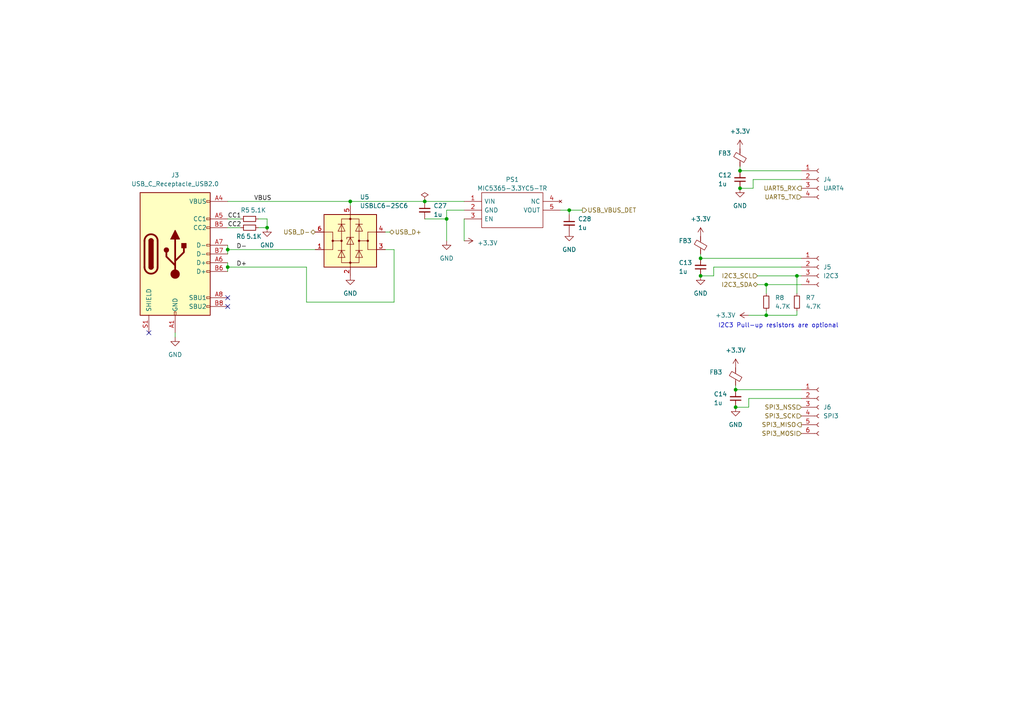
<source format=kicad_sch>
(kicad_sch (version 20230121) (generator eeschema)
  (paper "A4")
  (title_block (title "Telemetry RF module with CAN, GPS and IMU") (rev "1.0") (company "PUT Solar Dynamics") (comment 1 "Mateusz Czarnecki") (comment 2 "Connectors: USB C and external I2C, UART and SPI"))
  (lib_symbols
    (symbol "Symbols_RF_module:C_Small" (pin_numbers hide) (pin_names (offset 0.254) hide)
      (property "Reference" "C" (at 0.254 1.778 0))
      (property "Value" "C_Small" (at 0.254 -2.032 0))
      (symbol "C_Small_0_1"
        (polyline (pts (xy -1.524 -0.508) (xy 1.524 -0.508)) (stroke (width 0.3302)))
        (polyline (pts (xy -1.524 0.508) (xy 1.524 0.508)) (stroke (width 0.3048)))
      )
      (symbol "C_Small_1_1"
        (pin passive line (at 0 2.54 270) (length 2.032) (name "~") (number "1"))
        (pin passive line (at 0 -2.54 90) (length 2.032) (name "~") (number "2"))
      )
    )
    (symbol "Symbols_RF_module:Conn_01x04_Female" (pin_names (offset 1.016) hide)
      (property "Reference" "J" (at 0 5.08 0))
      (property "Value" "Conn_01x04_Female" (at 0 -7.62 0))
      (symbol "Conn_01x04_Female_1_1"
        (arc (start 0 -4.572) (mid -0.5058 -5.08) (end 0 -5.588) (stroke (width 0.1524)))
        (arc (start 0 -2.032) (mid -0.5058 -2.54) (end 0 -3.048) (stroke (width 0.1524)))
        (polyline (pts (xy -1.27 -5.08) (xy -0.508 -5.08)) (stroke (width 0.1524)))
        (polyline (pts (xy -1.27 -2.54) (xy -0.508 -2.54)) (stroke (width 0.1524)))
        (polyline (pts (xy -1.27 0) (xy -0.508 0)) (stroke (width 0.1524)))
        (polyline (pts (xy -1.27 2.54) (xy -0.508 2.54)) (stroke (width 0.1524)))
        (arc (start 0 0.508) (mid -0.5058 0) (end 0 -0.508) (stroke (width 0.1524)))
        (arc (start 0 3.048) (mid -0.5058 2.54) (end 0 2.032) (stroke (width 0.1524)))
        (pin passive line (at -5.08 2.54 0) (length 3.81) (name "Pin_1") (number "1"))
        (pin passive line (at -5.08 0 0) (length 3.81) (name "Pin_2") (number "2"))
        (pin passive line (at -5.08 -2.54 0) (length 3.81) (name "Pin_3") (number "3"))
        (pin passive line (at -5.08 -5.08 0) (length 3.81) (name "Pin_4") (number "4"))
      )
    )
    (symbol "Symbols_RF_module:Conn_01x06_Female" (pin_names (offset 1.016) hide)
      (property "Reference" "J" (at 0 7.62 0))
      (property "Value" "Conn_01x06_Female" (at 0 -10.16 0))
      (symbol "Conn_01x06_Female_1_1"
        (arc (start 0 -7.112) (mid -0.5058 -7.62) (end 0 -8.128) (stroke (width 0.1524)))
        (arc (start 0 -4.572) (mid -0.5058 -5.08) (end 0 -5.588) (stroke (width 0.1524)))
        (arc (start 0 -2.032) (mid -0.5058 -2.54) (end 0 -3.048) (stroke (width 0.1524)))
        (polyline (pts (xy -1.27 -7.62) (xy -0.508 -7.62)) (stroke (width 0.1524)))
        (polyline (pts (xy -1.27 -5.08) (xy -0.508 -5.08)) (stroke (width 0.1524)))
        (polyline (pts (xy -1.27 -2.54) (xy -0.508 -2.54)) (stroke (width 0.1524)))
        (polyline (pts (xy -1.27 0) (xy -0.508 0)) (stroke (width 0.1524)))
        (polyline (pts (xy -1.27 2.54) (xy -0.508 2.54)) (stroke (width 0.1524)))
        (polyline (pts (xy -1.27 5.08) (xy -0.508 5.08)) (stroke (width 0.1524)))
        (arc (start 0 0.508) (mid -0.5058 0) (end 0 -0.508) (stroke (width 0.1524)))
        (arc (start 0 3.048) (mid -0.5058 2.54) (end 0 2.032) (stroke (width 0.1524)))
        (arc (start 0 5.588) (mid -0.5058 5.08) (end 0 4.572) (stroke (width 0.1524)))
        (pin passive line (at -5.08 5.08 0) (length 3.81) (name "Pin_1") (number "1"))
        (pin passive line (at -5.08 2.54 0) (length 3.81) (name "Pin_2") (number "2"))
        (pin passive line (at -5.08 0 0) (length 3.81) (name "Pin_3") (number "3"))
        (pin passive line (at -5.08 -2.54 0) (length 3.81) (name "Pin_4") (number "4"))
        (pin passive line (at -5.08 -5.08 0) (length 3.81) (name "Pin_5") (number "5"))
        (pin passive line (at -5.08 -7.62 0) (length 3.81) (name "Pin_6") (number "6"))
      )
    )
    (symbol "Symbols_RF_module:FerriteBead_Small" (pin_numbers hide) (pin_names (offset 0))
      (property "Reference" "FB" (at 1.905 1.27 0))
      (property "Value" "FerriteBead_Small" (at 1.905 -1.27 0))
      (symbol "FerriteBead_Small_0_1"
        (polyline (pts (xy 0 -1.27) (xy 0 -0.7874)))
        (polyline (pts (xy 0 0.889) (xy 0 1.2954)))
        (polyline (pts (xy -1.8288 0.2794) (xy -1.1176 1.4986) (xy 1.8288 -0.2032) (xy 1.1176 -1.4224) (xy -1.8288 0.2794)))
      )
      (symbol "FerriteBead_Small_1_1"
        (pin passive line (at 0 2.54 270) (length 1.27) (name "~") (number "1"))
        (pin passive line (at 0 -2.54 90) (length 1.27) (name "~") (number "2"))
      )
    )
    (symbol "Symbols_RF_module:MIC5365-3.3YC5-TR" (pin_names (offset 0.762))
      (property "Reference" "PS" (at 24.13 7.62 0))
      (property "Value" "MIC5365-3.3YC5-TR" (at 24.13 5.08 0))
      (symbol "MIC5365-3.3YC5-TR_0_0"
        (pin power_in line (at 0 0 0) (length 5.08) (name "VIN") (number "1"))
        (pin power_in line (at 0 -2.54 0) (length 5.08) (name "GND") (number "2"))
        (pin input line (at 0 -5.08 0) (length 5.08) (name "EN") (number "3"))
        (pin no_connect line (at 27.94 0 180) (length 5.08) (name "NC") (number "4"))
        (pin output line (at 27.94 -2.54 180) (length 5.08) (name "VOUT") (number "5"))
      )
      (symbol "MIC5365-3.3YC5-TR_0_1"
        (polyline (pts (xy 5.08 2.54) (xy 22.86 2.54) (xy 22.86 -7.62) (xy 5.08 -7.62) (xy 5.08 2.54)) (stroke (width 0.1524)))
      )
    )
    (symbol "Symbols_RF_module:R_Small" (pin_numbers hide) (pin_names (offset 0.254) hide)
      (property "Reference" "R" (at 0.762 0.508 0))
      (property "Value" "R_Small" (at 0.762 -1.016 0))
      (symbol "R_Small_0_1"
        (rectangle (start -0.762 1.778) (end 0.762 -1.778) (stroke (width 0.2032)))
      )
      (symbol "R_Small_1_1"
        (pin passive line (at 0 2.54 270) (length 0.762) (name "~") (number "1"))
        (pin passive line (at 0 -2.54 90) (length 0.762) (name "~") (number "2"))
      )
    )
    (symbol "Symbols_RF_module:USBLC6-2SC6" (pin_names hide)
      (property "Reference" "U" (at 2.54 8.89 0))
      (property "Value" "USBLC6-2SC6" (at 2.54 -8.89 0))
      (symbol "USBLC6-2SC6_0_1"
        (rectangle (start -7.62 -7.62) (end 7.62 7.62) (stroke (width 0.254)) (fill (type background)))
        (circle (center -5.08 0) (radius 0.254) (fill (type outline)))
        (circle (center -2.54 0) (radius 0.254) (fill (type outline)))
        (rectangle (start -2.54 6.35) (end 2.54 -6.35))
        (circle (center 0 -6.35) (radius 0.254) (fill (type outline)))
        (polyline (pts (xy -5.08 -2.54) (xy -7.62 -2.54)))
        (polyline (pts (xy -5.08 0) (xy -5.08 -2.54)))
        (polyline (pts (xy -5.08 2.54) (xy -7.62 2.54)))
        (polyline (pts (xy -1.524 -2.794) (xy -3.556 -2.794)))
        (polyline (pts (xy -1.524 4.826) (xy -3.556 4.826)))
        (polyline (pts (xy 0 -7.62) (xy 0 -6.35)))
        (polyline (pts (xy 0 -6.35) (xy 0 1.27)))
        (polyline (pts (xy 0 1.27) (xy 0 6.35)))
        (polyline (pts (xy 0 6.35) (xy 0 7.62)))
        (polyline (pts (xy 1.524 -2.794) (xy 3.556 -2.794)))
        (polyline (pts (xy 1.524 4.826) (xy 3.556 4.826)))
        (polyline (pts (xy 5.08 -2.54) (xy 7.62 -2.54)))
        (polyline (pts (xy 5.08 0) (xy 5.08 -2.54)))
        (polyline (pts (xy 5.08 2.54) (xy 7.62 2.54)))
        (polyline (pts (xy -2.54 0) (xy -5.08 0) (xy -5.08 2.54)))
        (polyline (pts (xy 2.54 0) (xy 5.08 0) (xy 5.08 2.54)))
        (polyline (pts (xy -3.556 -4.826) (xy -1.524 -4.826) (xy -2.54 -2.794) (xy -3.556 -4.826)))
        (polyline (pts (xy -3.556 2.794) (xy -1.524 2.794) (xy -2.54 4.826) (xy -3.556 2.794)))
        (polyline (pts (xy -1.016 -1.016) (xy 1.016 -1.016) (xy 0 1.016) (xy -1.016 -1.016)))
        (polyline (pts (xy 1.016 1.016) (xy 0.762 1.016) (xy -1.016 1.016) (xy -1.016 0.508)))
        (polyline (pts (xy 3.556 -4.826) (xy 1.524 -4.826) (xy 2.54 -2.794) (xy 3.556 -4.826)))
        (polyline (pts (xy 3.556 2.794) (xy 1.524 2.794) (xy 2.54 4.826) (xy 3.556 2.794)))
        (circle (center 0 6.35) (radius 0.254) (fill (type outline)))
        (circle (center 2.54 0) (radius 0.254) (fill (type outline)))
        (circle (center 5.08 0) (radius 0.254) (fill (type outline)))
      )
      (symbol "USBLC6-2SC6_1_1"
        (pin passive line (at -10.16 -2.54 0) (length 2.54) (name "I/O1") (number "1"))
        (pin passive line (at 0 -10.16 90) (length 2.54) (name "GND") (number "2"))
        (pin passive line (at 10.16 -2.54 180) (length 2.54) (name "I/O2") (number "3"))
        (pin passive line (at 10.16 2.54 180) (length 2.54) (name "I/O2") (number "4"))
        (pin passive line (at 0 10.16 270) (length 2.54) (name "VBUS") (number "5"))
        (pin passive line (at -10.16 2.54 0) (length 2.54) (name "I/O1") (number "6"))
      )
    )
    (symbol "Symbols_RF_module:USB_C_Receptacle_USB2.0" (pin_names (offset 1.016))
      (property "Reference" "J" (at -10.16 19.05 0))
      (property "Value" "USB_C_Receptacle_USB2.0" (at 19.05 19.05 0))
      (symbol "USB_C_Receptacle_USB2.0_0_0"
        (rectangle (start -0.254 -17.78) (end 0.254 -16.764))
        (rectangle (start 10.16 -14.986) (end 9.144 -15.494))
        (rectangle (start 10.16 -12.446) (end 9.144 -12.954))
        (rectangle (start 10.16 -4.826) (end 9.144 -5.334))
        (rectangle (start 10.16 -2.286) (end 9.144 -2.794))
        (rectangle (start 10.16 0.254) (end 9.144 -0.254))
        (rectangle (start 10.16 2.794) (end 9.144 2.286))
        (rectangle (start 10.16 7.874) (end 9.144 7.366))
        (rectangle (start 10.16 10.414) (end 9.144 9.906))
        (rectangle (start 10.16 15.494) (end 9.144 14.986))
      )
      (symbol "USB_C_Receptacle_USB2.0_0_1"
        (rectangle (start -10.16 17.78) (end 10.16 -17.78) (stroke (width 0.254)) (fill (type background)))
        (arc (start -8.89 -3.81) (mid -6.985 -5.7067) (end -5.08 -3.81) (stroke (width 0.508)))
        (arc (start -7.62 -3.81) (mid -6.985 -4.4423) (end -6.35 -3.81) (stroke (width 0.254)))
        (arc (start -7.62 -3.81) (mid -6.985 -4.4423) (end -6.35 -3.81) (stroke (width 0.254)) (fill (type outline)))
        (rectangle (start -7.62 -3.81) (end -6.35 3.81) (stroke (width 0.254)) (fill (type outline)))
        (arc (start -6.35 3.81) (mid -6.985 4.4423) (end -7.62 3.81) (stroke (width 0.254)))
        (arc (start -6.35 3.81) (mid -6.985 4.4423) (end -7.62 3.81) (stroke (width 0.254)) (fill (type outline)))
        (arc (start -5.08 3.81) (mid -6.985 5.7067) (end -8.89 3.81) (stroke (width 0.508)))
        (circle (center -2.54 1.143) (radius 0.635) (stroke (width 0.254)) (fill (type outline)))
        (circle (center 0 -5.842) (radius 1.27) (fill (type outline)))
        (polyline (pts (xy -8.89 -3.81) (xy -8.89 3.81)) (stroke (width 0.508)))
        (polyline (pts (xy -5.08 3.81) (xy -5.08 -3.81)) (stroke (width 0.508)))
        (polyline (pts (xy 0 -5.842) (xy 0 4.318)) (stroke (width 0.508)))
        (polyline (pts (xy 0 -3.302) (xy -2.54 -0.762) (xy -2.54 0.508)) (stroke (width 0.508)))
        (polyline (pts (xy 0 -2.032) (xy 2.54 0.508) (xy 2.54 1.778)) (stroke (width 0.508)))
        (polyline (pts (xy -1.27 4.318) (xy 0 6.858) (xy 1.27 4.318) (xy -1.27 4.318)) (stroke (width 0.254)) (fill (type outline)))
        (rectangle (start 1.905 1.778) (end 3.175 3.048) (stroke (width 0.254)) (fill (type outline)))
      )
      (symbol "USB_C_Receptacle_USB2.0_1_1"
        (pin passive line (at 0 -22.86 90) (length 5.08) (name "GND") (number "A1"))
        (pin passive line (at 0 -22.86 90) (length 5.08) hide (name "GND") (number "A12"))
        (pin passive line (at 15.24 15.24 180) (length 5.08) (name "VBUS") (number "A4"))
        (pin bidirectional line (at 15.24 10.16 180) (length 5.08) (name "CC1") (number "A5"))
        (pin bidirectional line (at 15.24 -2.54 180) (length 5.08) (name "D+") (number "A6"))
        (pin bidirectional line (at 15.24 2.54 180) (length 5.08) (name "D-") (number "A7"))
        (pin bidirectional line (at 15.24 -12.7 180) (length 5.08) (name "SBU1") (number "A8"))
        (pin passive line (at 15.24 15.24 180) (length 5.08) hide (name "VBUS") (number "A9"))
        (pin passive line (at 0 -22.86 90) (length 5.08) hide (name "GND") (number "B1"))
        (pin passive line (at 0 -22.86 90) (length 5.08) hide (name "GND") (number "B12"))
        (pin passive line (at 15.24 15.24 180) (length 5.08) hide (name "VBUS") (number "B4"))
        (pin bidirectional line (at 15.24 7.62 180) (length 5.08) (name "CC2") (number "B5"))
        (pin bidirectional line (at 15.24 -5.08 180) (length 5.08) (name "D+") (number "B6"))
        (pin bidirectional line (at 15.24 0 180) (length 5.08) (name "D-") (number "B7"))
        (pin bidirectional line (at 15.24 -15.24 180) (length 5.08) (name "SBU2") (number "B8"))
        (pin passive line (at 15.24 15.24 180) (length 5.08) hide (name "VBUS") (number "B9"))
        (pin passive line (at -7.62 -22.86 90) (length 5.08) (name "SHIELD") (number "S1"))
      )
    )
    (symbol "power:+3.3V" (power) (pin_names (offset 0))
      (property "Value" "+3.3V" (at 0 3.556 0))
      (symbol "+3.3V_0_1"
        (polyline (pts (xy -0.762 1.27) (xy 0 2.54)))
        (polyline (pts (xy 0 0) (xy 0 2.54)))
        (polyline (pts (xy 0 2.54) (xy 0.762 1.27)))
      )
      (symbol "+3.3V_1_1"
        (pin power_in line (at 0 0 90) (length 0) hide (name "+3.3V") (number "1"))
      )
    )
    (symbol "power:GND" (power) (pin_names (offset 0))
      (property "Value" "GND" (at 0 -3.81 0))
      (symbol "GND_0_1"
        (polyline (pts (xy 0 0) (xy 0 -1.27) (xy 1.27 -1.27) (xy 0 -2.54) (xy -1.27 -1.27) (xy 0 -1.27)))
      )
      (symbol "GND_1_1"
        (pin power_in line (at 0 0 270) (length 0) hide (name "GND") (number "1"))
      )
    )
    (symbol "power:PWR_FLAG" (power) (pin_numbers hide) (pin_names (offset 0) hide)
      (property "Value" "PWR_FLAG" (at 0 3.81 0))
      (symbol "PWR_FLAG_0_0"
        (pin power_out line (at 0 0 90) (length 0) (name "pwr") (number "1"))
      )
      (symbol "PWR_FLAG_0_1"
        (polyline (pts (xy 0 0) (xy 0 1.27) (xy -1.016 1.905) (xy 0 2.54) (xy 1.016 1.905) (xy 0 1.27)))
      )
    )
  )
  (junction (at 203.2 74.93))
  (junction (at 165.1 60.96))
  (junction (at 66.04 72.39))
  (junction (at 214.63 49.53))
  (junction (at 203.2 80.01))
  (junction (at 123.19 58.42))
  (junction (at 66.04 77.47))
  (junction (at 222.25 82.55))
  (junction (at 77.47 66.04))
  (junction (at 213.36 118.11))
  (junction (at 231.14 80.01))
  (junction (at 213.36 113.03))
  (junction (at 129.54 63.5))
  (junction (at 101.6 58.42))
  (junction (at 214.63 54.61))
  (junction (at 222.25 91.44))
  (no_connect (at 66.04 86.36))
  (no_connect (at 66.04 88.9))
  (no_connect (at 43.18 96.52))
  (wire (pts (xy 88.9 87.63) (xy 88.9 77.47)))
  (wire (pts (xy 66.04 71.12) (xy 66.04 72.39)))
  (wire (pts (xy 219.71 82.55) (xy 222.25 82.55)))
  (wire (pts (xy 113.03 67.31) (xy 111.76 67.31)))
  (wire (pts (xy 101.6 58.42) (xy 123.19 58.42)))
  (wire (pts (xy 165.1 60.96) (xy 168.91 60.96)))
  (wire (pts (xy 129.54 60.96) (xy 129.54 63.5)))
  (wire (pts (xy 123.19 58.42) (xy 134.62 58.42)))
  (wire (pts (xy 66.04 76.2) (xy 66.04 77.47)))
  (wire (pts (xy 134.62 69.85) (xy 134.62 63.5)))
  (wire (pts (xy 203.2 73.66) (xy 203.2 74.93)))
  (wire (pts (xy 66.04 72.39) (xy 91.44 72.39)))
  (wire (pts (xy 222.25 90.17) (xy 222.25 91.44)))
  (wire (pts (xy 217.17 91.44) (xy 222.25 91.44)))
  (wire (pts (xy 231.14 91.44) (xy 222.25 91.44)))
  (wire (pts (xy 214.63 48.26) (xy 214.63 49.53)))
  (wire (pts (xy 203.2 80.01) (xy 207.01 80.01)))
  (wire (pts (xy 232.41 115.57) (xy 217.17 115.57)))
  (wire (pts (xy 207.01 80.01) (xy 207.01 77.47)))
  (wire (pts (xy 165.1 62.23) (xy 165.1 60.96)))
  (wire (pts (xy 218.44 52.07) (xy 218.44 54.61)))
  (wire (pts (xy 74.93 63.5) (xy 77.47 63.5)))
  (wire (pts (xy 232.41 52.07) (xy 218.44 52.07)))
  (wire (pts (xy 203.2 74.93) (xy 232.41 74.93)))
  (wire (pts (xy 123.19 63.5) (xy 129.54 63.5)))
  (wire (pts (xy 66.04 58.42) (xy 101.6 58.42)))
  (wire (pts (xy 231.14 80.01) (xy 232.41 80.01)))
  (wire (pts (xy 222.25 82.55) (xy 232.41 82.55)))
  (wire (pts (xy 66.04 63.5) (xy 69.85 63.5)))
  (wire (pts (xy 50.8 96.52) (xy 50.8 97.79)))
  (wire (pts (xy 217.17 115.57) (xy 217.17 118.11)))
  (wire (pts (xy 231.14 80.01) (xy 231.14 85.09)))
  (wire (pts (xy 77.47 66.04) (xy 74.93 66.04)))
  (wire (pts (xy 101.6 58.42) (xy 101.6 59.69)))
  (wire (pts (xy 218.44 54.61) (xy 214.63 54.61)))
  (wire (pts (xy 213.36 111.76) (xy 213.36 113.03)))
  (wire (pts (xy 77.47 63.5) (xy 77.47 66.04)))
  (wire (pts (xy 213.36 113.03) (xy 232.41 113.03)))
  (wire (pts (xy 217.17 118.11) (xy 213.36 118.11)))
  (wire (pts (xy 66.04 77.47) (xy 66.04 78.74)))
  (wire (pts (xy 111.76 72.39) (xy 114.3 72.39)))
  (wire (pts (xy 134.62 60.96) (xy 129.54 60.96)))
  (wire (pts (xy 114.3 72.39) (xy 114.3 87.63)))
  (wire (pts (xy 88.9 77.47) (xy 66.04 77.47)))
  (wire (pts (xy 214.63 49.53) (xy 232.41 49.53)))
  (wire (pts (xy 66.04 72.39) (xy 66.04 73.66)))
  (wire (pts (xy 222.25 82.55) (xy 222.25 85.09)))
  (wire (pts (xy 207.01 77.47) (xy 232.41 77.47)))
  (wire (pts (xy 162.56 60.96) (xy 165.1 60.96)))
  (wire (pts (xy 129.54 63.5) (xy 129.54 69.85)))
  (wire (pts (xy 88.9 87.63) (xy 114.3 87.63)))
  (wire (pts (xy 219.71 80.01) (xy 231.14 80.01)))
  (wire (pts (xy 231.14 90.17) (xy 231.14 91.44)))
  (wire (pts (xy 66.04 66.04) (xy 69.85 66.04)))
  (text "I2C3 Pull-up resistors are optional" (at 208.28 95.25 0) (effects (font (size 1.27 1.27)) (justify left bottom)))
  (label "CC2" (at 66.04 66.04 0))
  (label "D-" (at 68.58 72.39 0))
  (label "VBUS" (at 73.66 58.42 0))
  (label "D+" (at 68.58 77.47 0))
  (label "CC1" (at 66.04 63.5 0))
  (hierarchical_label "USB_VBUS_DET" (shape output) (at 168.91 60.96 0))
  (hierarchical_label "UART5_RX" (shape output) (at 232.41 54.61 180))
  (hierarchical_label "USB_D-" (shape bidirectional) (at 91.44 67.31 180))
  (hierarchical_label "UART5_TX" (shape input) (at 232.41 57.15 180))
  (hierarchical_label "I2C3_SDA" (shape bidirectional) (at 219.71 82.55 180))
  (hierarchical_label "I2C3_SCL" (shape input) (at 219.71 80.01 180))
  (hierarchical_label "SPI3_MISO" (shape output) (at 232.41 123.19 180))
  (hierarchical_label "USB_D+" (shape bidirectional) (at 113.03 67.31 0))
  (hierarchical_label "SPI3_MOSI" (shape input) (at 232.41 125.73 180))
  (hierarchical_label "SPI3_SCK" (shape input) (at 232.41 120.65 180))
  (hierarchical_label "SPI3_NSS" (shape input) (at 232.41 118.11 180))
  (symbol (lib_id "power:GND") (at 203.2 80.01 0) (unit 1)
    (property "Reference" "#PWR0132" (effects hide))
    (property "Value" "GND" (at 203.2 85.09 0))
  )
  (symbol (lib_id "Symbols_RF_module:MIC5365-3.3YC5-TR") (at 134.62 58.42 0) (unit 1)
    (property "Reference" "PS1" (at 148.59 52.07 0))
    (property "Value" "MIC5365-3.3YC5-TR" (at 148.59 54.61 0))
    (property "Footprint" "SamacSys_Parts:SOT65P210X110-5N" (effects hide))
    (property "Description" "MICROCHIP - MIC5365-3.3YC5-TR - LDO, FIXED, 3.3V, 0.15A, SC-70-5" (effects hide))
    (property "Height" "1.1" (effects hide))
    (property "Mouser Part Number" "998-MIC5365-3.3YC5TR" (effects hide))
    (property "Mouser Price/Stock" "https://www.mouser.co.uk/ProductDetail/Microchip-Technology-Atmel/MIC5365-3.3YC5-TR?qs=U6T8BxXiZAXvJj%252BPZ%252B301w%3D%3D" (effects hide))
    (property "Manufacturer_Name" "Microchip" (effects hide))
    (property "Manufacturer_Part_Number" "MIC5365-3.3YC5-TR" (effects hide))
    (instances (project "RF_module" (path "" (reference "PS1") (unit 1)) (path "" (reference "PS2") (unit 1))))
  )
  (symbol (lib_id "power:GND") (at 101.6 80.01 0) (unit 1)
    (property "Reference" "#PWR0133" (effects hide))
    (property "Value" "GND" (at 101.6 85.09 0))
  )
  (symbol (lib_id "power:+3.3V") (at 214.63 43.18 0) (unit 1)
    (property "Reference" "#PWR0130" (effects hide))
    (property "Value" "+3.3V" (at 214.63 38.1 0))
  )
  (symbol (lib_id "Symbols_RF_module:USB_C_Receptacle_USB2.0") (at 50.8 73.66 0) (unit 1)
    (property "Reference" "J3" (at 50.8 50.8 0))
    (property "Value" "USB_C_Receptacle_USB2.0" (at 50.8 53.34 0))
    (property "Footprint" "SamacSys_Parts:USB4500030A" (effects hide))
    (property "Datasheet" "https://www.usb.org/sites/default/files/documents/usb_type-c.zip" (effects hide))
  )
  (symbol (lib_id "power:GND") (at 77.47 66.04 0) (unit 1)
    (property "Reference" "#PWR0127" (effects hide))
    (property "Value" "GND" (at 77.47 71.12 0))
  )
  (symbol (lib_id "Symbols_RF_module:C_Small") (at 214.63 52.07 180) (unit 1)
    (property "Reference" "C12" (at 208.28 50.8 0) (effects (justify right)))
    (property "Value" "1u" (at 208.28 53.34 0) (effects (justify right)))
    (property "Footprint" "Capacitor_SMD:C_0603_1608Metric_Pad1.08x0.95mm_HandSolder" (effects hide))
  )
  (symbol (lib_id "Symbols_RF_module:C_Small") (at 213.36 115.57 180) (unit 1)
    (property "Reference" "C14" (at 207.01 114.3 0) (effects (justify right)))
    (property "Value" "1u" (at 207.01 116.84 0) (effects (justify right)))
    (property "Footprint" "Capacitor_SMD:C_0603_1608Metric_Pad1.08x0.95mm_HandSolder" (effects hide))
  )
  (symbol (lib_id "Symbols_RF_module:USBLC6-2SC6") (at 101.6 69.85 0) (unit 1)
    (property "Reference" "U5" (at 104.3687 57.15 0) (effects (justify left)))
    (property "Value" "USBLC6-2SC6" (at 104.3687 59.69 0) (effects (justify left)))
    (property "Footprint" "Package_TO_SOT_SMD:SOT-23-6" (effects hide))
    (property "Datasheet" "https://www.st.com/resource/en/datasheet/usblc6-2.pdf" (effects hide))
  )
  (symbol (lib_id "power:+3.3V") (at 217.17 91.44 90) (unit 1)
    (property "Reference" "#PWR0136" (effects hide))
    (property "Value" "+3.3V" (at 213.36 91.4399 90) (effects (justify left)))
  )
  (symbol (lib_id "power:PWR_FLAG") (at 123.19 58.42 0) (unit 1)
    (property "Reference" "#FLG03" (effects hide))
    (property "Value" "PWR_FLAG" (effects hide))
    (instances (project "RF_module" (path "" (reference "#FLG03") (unit 1)) (path "" (reference "#FLG013") (unit 1)) (path "" (reference "#FLG015") (unit 1))))
  )
  (symbol (lib_id "Symbols_RF_module:FerriteBead_Small") (at 214.63 45.72 0) (unit 1)
    (property "Reference" "FB3" (at 208.28 44.45 0) (effects (justify left)))
    (property "Value" "FerriteBead_Small" (effects hide))
    (property "Footprint" "Inductor_SMD:L_0603_1608Metric_Pad1.05x0.95mm_HandSolder" (effects hide))
    (instances (project "RF_module" (path "" (reference "FB3") (unit 1)) (path "" (reference "FB8") (unit 1))))
  )
  (symbol (lib_id "power:GND") (at 50.8 97.79 0) (unit 1)
    (property "Reference" "#PWR0128" (effects hide))
    (property "Value" "GND" (at 50.8 102.87 0))
  )
  (symbol (lib_id "Symbols_RF_module:C_Small") (at 123.19 60.96 0) (unit 1)
    (property "Reference" "C27" (at 125.73 59.69 0) (effects (justify left)))
    (property "Value" "1u" (at 125.73 62.23 0) (effects (justify left)))
    (property "Footprint" "Capacitor_SMD:C_0603_1608Metric_Pad1.08x0.95mm_HandSolder" (effects hide))
    (instances (project "RF_module" (path "" (reference "C27") (unit 1)) (path "" (reference "C30") (unit 1))))
  )
  (symbol (lib_id "Symbols_RF_module:FerriteBead_Small") (at 213.36 109.22 0) (unit 1)
    (property "Reference" "FB3" (at 205.74 107.95 0) (effects (justify left)))
    (property "Value" "FerriteBead_Small" (effects hide))
    (property "Footprint" "Inductor_SMD:L_0603_1608Metric_Pad1.05x0.95mm_HandSolder" (effects hide))
    (instances (project "RF_module" (path "" (reference "FB3") (unit 1)) (path "" (reference "FB10") (unit 1))))
  )
  (symbol (lib_id "power:GND") (at 214.63 54.61 0) (unit 1)
    (property "Reference" "#PWR0131" (effects hide))
    (property "Value" "GND" (at 214.63 59.69 0))
  )
  (symbol (lib_id "power:GND") (at 129.54 69.85 0) (unit 1)
    (property "Reference" "#PWR07" (effects hide))
    (property "Value" "GND" (at 129.54 74.93 0))
    (instances (project "RF_module" (path "" (reference "#PWR07") (unit 1)) (path "" (reference "#PWR052") (unit 1))))
  )
  (symbol (lib_id "power:GND") (at 165.1 67.31 0) (unit 1)
    (property "Reference" "#PWR05" (effects hide))
    (property "Value" "GND" (at 165.1 72.39 0))
    (instances (project "RF_module" (path "" (reference "#PWR05") (unit 1)) (path "" (reference "#PWR053") (unit 1))))
  )
  (symbol (lib_id "power:+3.3V") (at 134.62 69.85 270) (unit 1)
    (property "Reference" "#PWR054" (effects hide))
    (property "Value" "+3.3V" (at 138.43 70.485 90) (effects (justify left)))
  )
  (symbol (lib_id "power:GND") (at 213.36 118.11 0) (unit 1)
    (property "Reference" "#PWR0138" (effects hide))
    (property "Value" "GND" (at 213.36 123.19 0))
  )
  (symbol (lib_id "Symbols_RF_module:R_Small") (at 72.39 63.5 90) (unit 1)
    (property "Reference" "R5" (at 71.12 60.96 90))
    (property "Value" "5.1K" (at 74.93 60.96 90))
    (property "Footprint" "Resistor_SMD:R_0603_1608Metric_Pad0.98x0.95mm_HandSolder" (effects hide))
  )
  (symbol (lib_id "Symbols_RF_module:R_Small") (at 72.39 66.04 90) (unit 1)
    (property "Reference" "R6" (at 69.85 68.58 90))
    (property "Value" "5.1K" (at 73.66 68.58 90))
    (property "Footprint" "Resistor_SMD:R_0603_1608Metric_Pad0.98x0.95mm_HandSolder" (effects hide))
  )
  (symbol (lib_id "Symbols_RF_module:Conn_01x04_Female") (at 237.49 77.47 0) (unit 1)
    (property "Reference" "J5" (at 238.76 77.4699 0) (effects (justify left)))
    (property "Value" "I2C3" (at 238.76 80.0099 0) (effects (justify left)))
    (property "Footprint" "Connector_JST:JST_GH_BM04B-GHS-TBT_1x04-1MP_P1.25mm_Vertical" (effects hide))
  )
  (symbol (lib_id "power:+3.3V") (at 203.2 68.58 0) (unit 1)
    (property "Reference" "#PWR0129" (effects hide))
    (property "Value" "+3.3V" (at 203.2 63.5 0))
  )
  (symbol (lib_id "Symbols_RF_module:C_Small") (at 203.2 77.47 180) (unit 1)
    (property "Reference" "C13" (at 196.85 76.2 0) (effects (justify right)))
    (property "Value" "1u" (at 196.85 78.74 0) (effects (justify right)))
    (property "Footprint" "Capacitor_SMD:C_0603_1608Metric_Pad1.08x0.95mm_HandSolder" (effects hide))
  )
  (symbol (lib_id "Symbols_RF_module:Conn_01x06_Female") (at 237.49 118.11 0) (unit 1)
    (property "Reference" "J6" (at 238.76 118.1099 0) (effects (justify left)))
    (property "Value" "SPI3" (at 238.76 120.6499 0) (effects (justify left)))
    (property "Footprint" "Connector_JST:JST_GH_BM06B-GHS-TBT_1x06-1MP_P1.25mm_Vertical" (effects hide))
  )
  (symbol (lib_id "Symbols_RF_module:Conn_01x04_Female") (at 237.49 52.07 0) (unit 1)
    (property "Reference" "J4" (at 238.76 52.0699 0) (effects (justify left)))
    (property "Value" "UART4" (at 238.76 54.6099 0) (effects (justify left)))
    (property "Footprint" "Connector_JST:JST_GH_BM04B-GHS-TBT_1x04-1MP_P1.25mm_Vertical" (effects hide))
  )
  (symbol (lib_id "Symbols_RF_module:FerriteBead_Small") (at 203.2 71.12 0) (unit 1)
    (property "Reference" "FB3" (at 196.85 69.85 0) (effects (justify left)))
    (property "Value" "FerriteBead_Small" (effects hide))
    (property "Footprint" "Inductor_SMD:L_0603_1608Metric_Pad1.05x0.95mm_HandSolder" (effects hide))
    (instances (project "RF_module" (path "" (reference "FB3") (unit 1)) (path "" (reference "FB9") (unit 1))))
  )
  (symbol (lib_id "Symbols_RF_module:C_Small") (at 165.1 64.77 0) (unit 1)
    (property "Reference" "C28" (at 167.64 63.5 0) (effects (justify left)))
    (property "Value" "1u" (at 167.64 66.04 0) (effects (justify left)))
    (property "Footprint" "Capacitor_SMD:C_0603_1608Metric_Pad1.08x0.95mm_HandSolder" (effects hide))
    (instances (project "RF_module" (path "" (reference "C28") (unit 1)) (path "" (reference "C34") (unit 1))))
  )
  (symbol (lib_id "power:+3.3V") (at 213.36 106.68 0) (unit 1)
    (property "Reference" "#PWR0137" (effects hide))
    (property "Value" "+3.3V" (at 213.36 101.6 0))
  )
  (symbol (lib_id "Symbols_RF_module:R_Small") (at 222.25 87.63 180) (unit 1)
    (property "Reference" "R8" (at 224.79 86.3599 0) (effects (justify right)))
    (property "Value" "4.7K" (at 224.79 88.8999 0) (effects (justify right)))
    (property "Footprint" "Resistor_SMD:R_0603_1608Metric_Pad0.98x0.95mm_HandSolder" (effects hide))
  )
  (symbol (lib_id "Symbols_RF_module:R_Small") (at 231.14 87.63 180) (unit 1)
    (property "Reference" "R7" (at 233.68 86.3599 0) (effects (justify right)))
    (property "Value" "4.7K" (at 233.68 88.8999 0) (effects (justify right)))
    (property "Footprint" "Resistor_SMD:R_0603_1608Metric_Pad0.98x0.95mm_HandSolder" (effects hide))
  )
)
</source>
